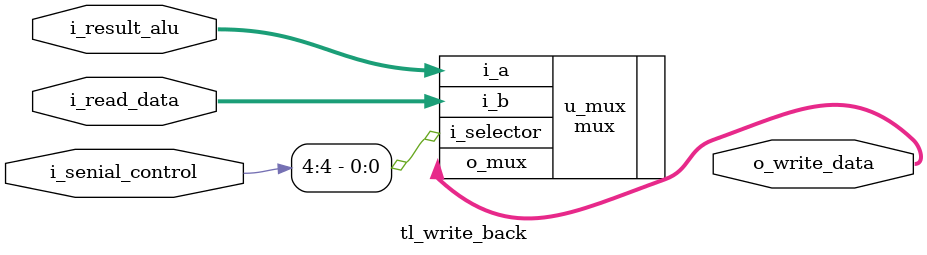
<source format=v>
`timescale 1ns / 1ps

module tl_write_back
    #(
        parameter LEN = 32,
        parameter NB_SENIAL_CONTROL = 8
    )
    (
        input [LEN-1:0] i_read_data,
        input [LEN-1:0] i_result_alu,
        input [NB_SENIAL_CONTROL-1:0] i_senial_control,
        output [LEN-1:0] o_write_data
    );

//Cables-Reg hacia/desde mux    
mux
#(
    .LEN(LEN)
)
u_mux
(
    .i_a(i_result_alu),
    .i_b(i_read_data),
    .i_selector(i_senial_control[4]),
    .o_mux(o_write_data)
);
endmodule

</source>
